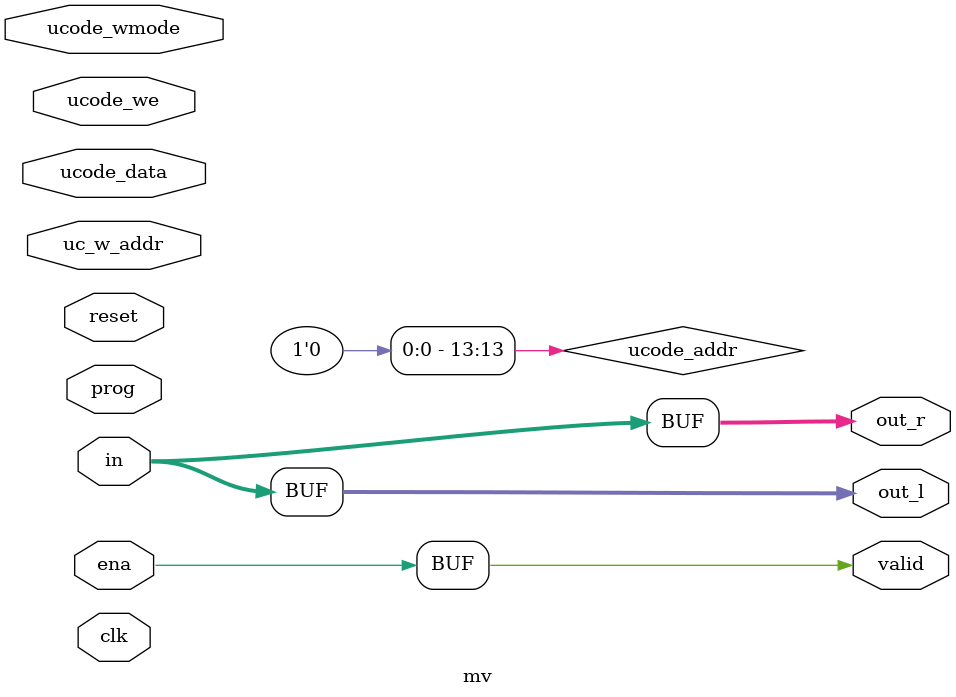
<source format=v>

module mv(
	input clk,
	input reset,
	input ena,
	input signed [15:0] in,
	input [5:0] prog,
	input [12:0] uc_w_addr,
	input [15:0] ucode_data,
	input ucode_wmode, ucode_we,
	output reg signed [15:0] out_l, out_r,
	output reg valid);
		
	// Microcode stored on SPRAM
	wire [15:0] ucode;
	wire [13:0] ucode_addr = {1'b0,ucode_wmode ? uc_w_addr : {rprog,iaddr}};
		
	SB_SPRAM256KA
		ucram(
			.ADDRESS(ucode_addr),
			.DATAIN(ucode_data),
			.MASKWREN(4'hf),
			.WREN(ucode_we),
			.CHIPSELECT(1'b1),
			.CLOCK(clk),
			.STANDBY(1'b0),
			.SLEEP(1'b0),
			.POWEROFF(1'b1),
			.DATAOUT({ucode[7:0],ucode[15:8]})
		);
	
	// pass-thru
	assign out_l = in;
	assign out_r = in;
	assign valid = ena;
endmodule

</source>
